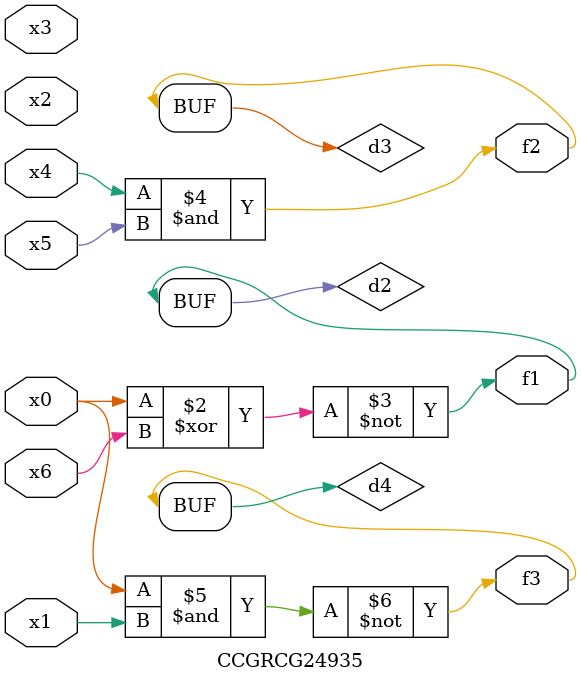
<source format=v>
module CCGRCG24935(
	input x0, x1, x2, x3, x4, x5, x6,
	output f1, f2, f3
);

	wire d1, d2, d3, d4;

	nor (d1, x0);
	xnor (d2, x0, x6);
	and (d3, x4, x5);
	nand (d4, x0, x1);
	assign f1 = d2;
	assign f2 = d3;
	assign f3 = d4;
endmodule

</source>
